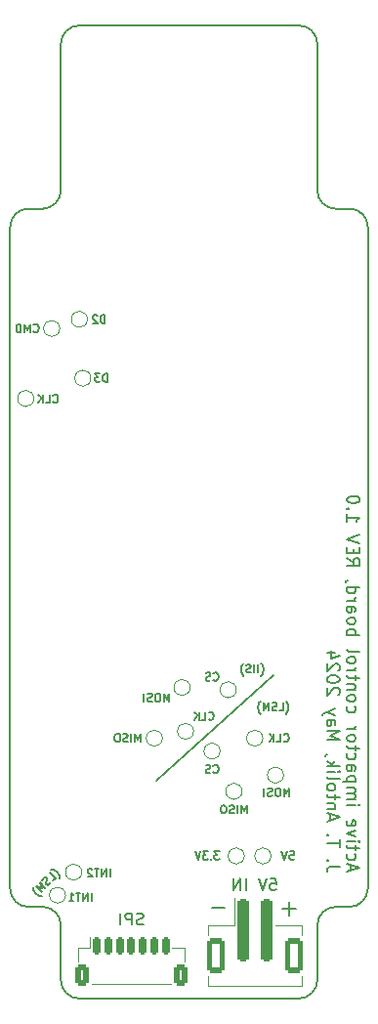
<source format=gbr>
%TF.GenerationSoftware,KiCad,Pcbnew,7.0.6*%
%TF.CreationDate,2024-05-23T09:50:57-04:00*%
%TF.ProjectId,ActiveImpactor_Control,41637469-7665-4496-9d70-6163746f725f,rev?*%
%TF.SameCoordinates,Original*%
%TF.FileFunction,Legend,Bot*%
%TF.FilePolarity,Positive*%
%FSLAX46Y46*%
G04 Gerber Fmt 4.6, Leading zero omitted, Abs format (unit mm)*
G04 Created by KiCad (PCBNEW 7.0.6) date 2024-05-23 09:50:57*
%MOMM*%
%LPD*%
G01*
G04 APERTURE LIST*
G04 Aperture macros list*
%AMRoundRect*
0 Rectangle with rounded corners*
0 $1 Rounding radius*
0 $2 $3 $4 $5 $6 $7 $8 $9 X,Y pos of 4 corners*
0 Add a 4 corners polygon primitive as box body*
4,1,4,$2,$3,$4,$5,$6,$7,$8,$9,$2,$3,0*
0 Add four circle primitives for the rounded corners*
1,1,$1+$1,$2,$3*
1,1,$1+$1,$4,$5*
1,1,$1+$1,$6,$7*
1,1,$1+$1,$8,$9*
0 Add four rect primitives between the rounded corners*
20,1,$1+$1,$2,$3,$4,$5,0*
20,1,$1+$1,$4,$5,$6,$7,0*
20,1,$1+$1,$6,$7,$8,$9,0*
20,1,$1+$1,$8,$9,$2,$3,0*%
G04 Aperture macros list end*
%ADD10C,0.200000*%
%ADD11C,0.150000*%
%ADD12C,0.120000*%
%ADD13C,4.750000*%
%ADD14C,0.990600*%
%ADD15O,1.070000X1.900000*%
%ADD16C,1.300000*%
%ADD17C,1.000000*%
%ADD18RoundRect,0.250000X-0.250000X-2.500000X0.250000X-2.500000X0.250000X2.500000X-0.250000X2.500000X0*%
%ADD19RoundRect,0.250000X-0.550000X-1.250000X0.550000X-1.250000X0.550000X1.250000X-0.550000X1.250000X0*%
%ADD20RoundRect,0.150000X-0.150000X-0.625000X0.150000X-0.625000X0.150000X0.625000X-0.150000X0.625000X0*%
%ADD21RoundRect,0.250000X-0.350000X-0.650000X0.350000X-0.650000X0.350000X0.650000X-0.350000X0.650000X0*%
G04 APERTURE END LIST*
D10*
X11121925Y27875625D02*
G75*
G03*
X12709375Y26288125I1587475J-25D01*
G01*
X12709375Y-34211875D02*
G75*
G03*
X11121875Y-35799375I5J-1587505D01*
G01*
X11121875Y40575625D02*
G75*
G03*
X9534375Y42163125I-1587505J-5D01*
G01*
X-11103125Y-35799375D02*
G75*
G03*
X-12690625Y-34211875I-1587500J0D01*
G01*
X-9515625Y42163125D02*
X9534375Y42163125D01*
X13912500Y-34211875D02*
X12709375Y-34211875D01*
X-15500000Y-32624375D02*
G75*
G03*
X-13912500Y-34211875I1587500J0D01*
G01*
X12709375Y26288125D02*
X13912500Y26288125D01*
X9534375Y-42149375D02*
X-9515625Y-42149375D01*
X-9515625Y42163125D02*
G75*
G03*
X-11103125Y40575625I0J-1587500D01*
G01*
X-15500000Y-32624375D02*
X-15500000Y24700625D01*
X-11103125Y27875625D02*
X-11103125Y40575625D01*
X-11103125Y-40561875D02*
G75*
G03*
X-9515625Y-42149375I1587500J0D01*
G01*
X-13912500Y26288125D02*
G75*
G03*
X-15500000Y24700625I0J-1587500D01*
G01*
X15500000Y24700625D02*
X15500000Y-32624375D01*
X11121875Y40575625D02*
X11121875Y27875625D01*
X13912500Y-34211870D02*
G75*
G03*
X15500000Y-32624375I0J1587500D01*
G01*
X-13912500Y26288125D02*
X-12690625Y26288125D01*
X9534375Y-42149375D02*
G75*
G03*
X11121875Y-40561875I-5J1587505D01*
G01*
X-12690625Y-34211875D02*
X-13912500Y-34211875D01*
X15500005Y24700625D02*
G75*
G03*
X13912500Y26288125I-1587445J55D01*
G01*
X-11103125Y-40561875D02*
X-11103125Y-35799375D01*
X-12690625Y26288125D02*
G75*
G03*
X-11103125Y27875625I0J1587500D01*
G01*
X11121875Y-35799375D02*
X11121875Y-40561875D01*
D11*
X7300000Y-14100000D02*
X-2800000Y-23300000D01*
X2116666Y-22549366D02*
X2149999Y-22582700D01*
X2149999Y-22582700D02*
X2249999Y-22616033D01*
X2249999Y-22616033D02*
X2316666Y-22616033D01*
X2316666Y-22616033D02*
X2416666Y-22582700D01*
X2416666Y-22582700D02*
X2483333Y-22516033D01*
X2483333Y-22516033D02*
X2516666Y-22449366D01*
X2516666Y-22449366D02*
X2549999Y-22316033D01*
X2549999Y-22316033D02*
X2549999Y-22216033D01*
X2549999Y-22216033D02*
X2516666Y-22082700D01*
X2516666Y-22082700D02*
X2483333Y-22016033D01*
X2483333Y-22016033D02*
X2416666Y-21949366D01*
X2416666Y-21949366D02*
X2316666Y-21916033D01*
X2316666Y-21916033D02*
X2249999Y-21916033D01*
X2249999Y-21916033D02*
X2149999Y-21949366D01*
X2149999Y-21949366D02*
X2116666Y-21982700D01*
X1849999Y-22582700D02*
X1749999Y-22616033D01*
X1749999Y-22616033D02*
X1583333Y-22616033D01*
X1583333Y-22616033D02*
X1516666Y-22582700D01*
X1516666Y-22582700D02*
X1483333Y-22549366D01*
X1483333Y-22549366D02*
X1449999Y-22482700D01*
X1449999Y-22482700D02*
X1449999Y-22416033D01*
X1449999Y-22416033D02*
X1483333Y-22349366D01*
X1483333Y-22349366D02*
X1516666Y-22316033D01*
X1516666Y-22316033D02*
X1583333Y-22282700D01*
X1583333Y-22282700D02*
X1716666Y-22249366D01*
X1716666Y-22249366D02*
X1783333Y-22216033D01*
X1783333Y-22216033D02*
X1816666Y-22182700D01*
X1816666Y-22182700D02*
X1849999Y-22116033D01*
X1849999Y-22116033D02*
X1849999Y-22049366D01*
X1849999Y-22049366D02*
X1816666Y-21982700D01*
X1816666Y-21982700D02*
X1783333Y-21949366D01*
X1783333Y-21949366D02*
X1716666Y-21916033D01*
X1716666Y-21916033D02*
X1549999Y-21916033D01*
X1549999Y-21916033D02*
X1449999Y-21949366D01*
X4999999Y-26116033D02*
X4999999Y-25416033D01*
X4999999Y-25416033D02*
X4766666Y-25916033D01*
X4766666Y-25916033D02*
X4533332Y-25416033D01*
X4533332Y-25416033D02*
X4533332Y-26116033D01*
X4199999Y-26116033D02*
X4199999Y-25416033D01*
X3899999Y-26082700D02*
X3799999Y-26116033D01*
X3799999Y-26116033D02*
X3633333Y-26116033D01*
X3633333Y-26116033D02*
X3566666Y-26082700D01*
X3566666Y-26082700D02*
X3533333Y-26049366D01*
X3533333Y-26049366D02*
X3499999Y-25982700D01*
X3499999Y-25982700D02*
X3499999Y-25916033D01*
X3499999Y-25916033D02*
X3533333Y-25849366D01*
X3533333Y-25849366D02*
X3566666Y-25816033D01*
X3566666Y-25816033D02*
X3633333Y-25782700D01*
X3633333Y-25782700D02*
X3766666Y-25749366D01*
X3766666Y-25749366D02*
X3833333Y-25716033D01*
X3833333Y-25716033D02*
X3866666Y-25682700D01*
X3866666Y-25682700D02*
X3899999Y-25616033D01*
X3899999Y-25616033D02*
X3899999Y-25549366D01*
X3899999Y-25549366D02*
X3866666Y-25482700D01*
X3866666Y-25482700D02*
X3833333Y-25449366D01*
X3833333Y-25449366D02*
X3766666Y-25416033D01*
X3766666Y-25416033D02*
X3599999Y-25416033D01*
X3599999Y-25416033D02*
X3499999Y-25449366D01*
X3066666Y-25416033D02*
X2933332Y-25416033D01*
X2933332Y-25416033D02*
X2866666Y-25449366D01*
X2866666Y-25449366D02*
X2799999Y-25516033D01*
X2799999Y-25516033D02*
X2766666Y-25649366D01*
X2766666Y-25649366D02*
X2766666Y-25882700D01*
X2766666Y-25882700D02*
X2799999Y-26016033D01*
X2799999Y-26016033D02*
X2866666Y-26082700D01*
X2866666Y-26082700D02*
X2933332Y-26116033D01*
X2933332Y-26116033D02*
X3066666Y-26116033D01*
X3066666Y-26116033D02*
X3133332Y-26082700D01*
X3133332Y-26082700D02*
X3199999Y-26016033D01*
X3199999Y-26016033D02*
X3233332Y-25882700D01*
X3233332Y-25882700D02*
X3233332Y-25649366D01*
X3233332Y-25649366D02*
X3199999Y-25516033D01*
X3199999Y-25516033D02*
X3133332Y-25449366D01*
X3133332Y-25449366D02*
X3066666Y-25416033D01*
X-1700000Y-16416033D02*
X-1700000Y-15716033D01*
X-1700000Y-15716033D02*
X-1933334Y-16216033D01*
X-1933334Y-16216033D02*
X-2166667Y-15716033D01*
X-2166667Y-15716033D02*
X-2166667Y-16416033D01*
X-2633334Y-15716033D02*
X-2766667Y-15716033D01*
X-2766667Y-15716033D02*
X-2833334Y-15749366D01*
X-2833334Y-15749366D02*
X-2900000Y-15816033D01*
X-2900000Y-15816033D02*
X-2933334Y-15949366D01*
X-2933334Y-15949366D02*
X-2933334Y-16182700D01*
X-2933334Y-16182700D02*
X-2900000Y-16316033D01*
X-2900000Y-16316033D02*
X-2833334Y-16382700D01*
X-2833334Y-16382700D02*
X-2766667Y-16416033D01*
X-2766667Y-16416033D02*
X-2633334Y-16416033D01*
X-2633334Y-16416033D02*
X-2566667Y-16382700D01*
X-2566667Y-16382700D02*
X-2500000Y-16316033D01*
X-2500000Y-16316033D02*
X-2466667Y-16182700D01*
X-2466667Y-16182700D02*
X-2466667Y-15949366D01*
X-2466667Y-15949366D02*
X-2500000Y-15816033D01*
X-2500000Y-15816033D02*
X-2566667Y-15749366D01*
X-2566667Y-15749366D02*
X-2633334Y-15716033D01*
X-3200000Y-16382700D02*
X-3300000Y-16416033D01*
X-3300000Y-16416033D02*
X-3466667Y-16416033D01*
X-3466667Y-16416033D02*
X-3533333Y-16382700D01*
X-3533333Y-16382700D02*
X-3566667Y-16349366D01*
X-3566667Y-16349366D02*
X-3600000Y-16282700D01*
X-3600000Y-16282700D02*
X-3600000Y-16216033D01*
X-3600000Y-16216033D02*
X-3566667Y-16149366D01*
X-3566667Y-16149366D02*
X-3533333Y-16116033D01*
X-3533333Y-16116033D02*
X-3466667Y-16082700D01*
X-3466667Y-16082700D02*
X-3333333Y-16049366D01*
X-3333333Y-16049366D02*
X-3266667Y-16016033D01*
X-3266667Y-16016033D02*
X-3233333Y-15982700D01*
X-3233333Y-15982700D02*
X-3200000Y-15916033D01*
X-3200000Y-15916033D02*
X-3200000Y-15849366D01*
X-3200000Y-15849366D02*
X-3233333Y-15782700D01*
X-3233333Y-15782700D02*
X-3266667Y-15749366D01*
X-3266667Y-15749366D02*
X-3333333Y-15716033D01*
X-3333333Y-15716033D02*
X-3500000Y-15716033D01*
X-3500000Y-15716033D02*
X-3600000Y-15749366D01*
X-3900000Y-16416033D02*
X-3900000Y-15716033D01*
X1978571Y-34285300D02*
X3121429Y-34285300D01*
X-8433333Y-33716033D02*
X-8433333Y-33016033D01*
X-8766666Y-33716033D02*
X-8766666Y-33016033D01*
X-8766666Y-33016033D02*
X-9166666Y-33716033D01*
X-9166666Y-33716033D02*
X-9166666Y-33016033D01*
X-9399999Y-33016033D02*
X-9799999Y-33016033D01*
X-9599999Y-33716033D02*
X-9599999Y-33016033D01*
X-10399999Y-33716033D02*
X-9999999Y-33716033D01*
X-10199999Y-33716033D02*
X-10199999Y-33016033D01*
X-10199999Y-33016033D02*
X-10133332Y-33116033D01*
X-10133332Y-33116033D02*
X-10066666Y-33182700D01*
X-10066666Y-33182700D02*
X-9999999Y-33216033D01*
X14027704Y-31091792D02*
X14027704Y-30567982D01*
X13713419Y-31196554D02*
X14813419Y-30829887D01*
X14813419Y-30829887D02*
X13713419Y-30463220D01*
X13765800Y-29625125D02*
X13713419Y-29729887D01*
X13713419Y-29729887D02*
X13713419Y-29939411D01*
X13713419Y-29939411D02*
X13765800Y-30044173D01*
X13765800Y-30044173D02*
X13818180Y-30096554D01*
X13818180Y-30096554D02*
X13922942Y-30148935D01*
X13922942Y-30148935D02*
X14237228Y-30148935D01*
X14237228Y-30148935D02*
X14341990Y-30096554D01*
X14341990Y-30096554D02*
X14394371Y-30044173D01*
X14394371Y-30044173D02*
X14446752Y-29939411D01*
X14446752Y-29939411D02*
X14446752Y-29729887D01*
X14446752Y-29729887D02*
X14394371Y-29625125D01*
X14446752Y-29310840D02*
X14446752Y-28891792D01*
X14813419Y-29153697D02*
X13870561Y-29153697D01*
X13870561Y-29153697D02*
X13765800Y-29101316D01*
X13765800Y-29101316D02*
X13713419Y-28996554D01*
X13713419Y-28996554D02*
X13713419Y-28891792D01*
X13713419Y-28525126D02*
X14446752Y-28525126D01*
X14813419Y-28525126D02*
X14761038Y-28577507D01*
X14761038Y-28577507D02*
X14708657Y-28525126D01*
X14708657Y-28525126D02*
X14761038Y-28472745D01*
X14761038Y-28472745D02*
X14813419Y-28525126D01*
X14813419Y-28525126D02*
X14708657Y-28525126D01*
X14446752Y-28106078D02*
X13713419Y-27844173D01*
X13713419Y-27844173D02*
X14446752Y-27582268D01*
X13765800Y-26744173D02*
X13713419Y-26848935D01*
X13713419Y-26848935D02*
X13713419Y-27058459D01*
X13713419Y-27058459D02*
X13765800Y-27163221D01*
X13765800Y-27163221D02*
X13870561Y-27215602D01*
X13870561Y-27215602D02*
X14289609Y-27215602D01*
X14289609Y-27215602D02*
X14394371Y-27163221D01*
X14394371Y-27163221D02*
X14446752Y-27058459D01*
X14446752Y-27058459D02*
X14446752Y-26848935D01*
X14446752Y-26848935D02*
X14394371Y-26744173D01*
X14394371Y-26744173D02*
X14289609Y-26691792D01*
X14289609Y-26691792D02*
X14184847Y-26691792D01*
X14184847Y-26691792D02*
X14080085Y-27215602D01*
X13713419Y-25382269D02*
X14446752Y-25382269D01*
X14813419Y-25382269D02*
X14761038Y-25434650D01*
X14761038Y-25434650D02*
X14708657Y-25382269D01*
X14708657Y-25382269D02*
X14761038Y-25329888D01*
X14761038Y-25329888D02*
X14813419Y-25382269D01*
X14813419Y-25382269D02*
X14708657Y-25382269D01*
X13713419Y-24858459D02*
X14446752Y-24858459D01*
X14341990Y-24858459D02*
X14394371Y-24806078D01*
X14394371Y-24806078D02*
X14446752Y-24701316D01*
X14446752Y-24701316D02*
X14446752Y-24544173D01*
X14446752Y-24544173D02*
X14394371Y-24439411D01*
X14394371Y-24439411D02*
X14289609Y-24387030D01*
X14289609Y-24387030D02*
X13713419Y-24387030D01*
X14289609Y-24387030D02*
X14394371Y-24334649D01*
X14394371Y-24334649D02*
X14446752Y-24229887D01*
X14446752Y-24229887D02*
X14446752Y-24072744D01*
X14446752Y-24072744D02*
X14394371Y-23967983D01*
X14394371Y-23967983D02*
X14289609Y-23915602D01*
X14289609Y-23915602D02*
X13713419Y-23915602D01*
X14446752Y-23391792D02*
X13346752Y-23391792D01*
X14394371Y-23391792D02*
X14446752Y-23287030D01*
X14446752Y-23287030D02*
X14446752Y-23077506D01*
X14446752Y-23077506D02*
X14394371Y-22972744D01*
X14394371Y-22972744D02*
X14341990Y-22920363D01*
X14341990Y-22920363D02*
X14237228Y-22867982D01*
X14237228Y-22867982D02*
X13922942Y-22867982D01*
X13922942Y-22867982D02*
X13818180Y-22920363D01*
X13818180Y-22920363D02*
X13765800Y-22972744D01*
X13765800Y-22972744D02*
X13713419Y-23077506D01*
X13713419Y-23077506D02*
X13713419Y-23287030D01*
X13713419Y-23287030D02*
X13765800Y-23391792D01*
X13713419Y-21925125D02*
X14289609Y-21925125D01*
X14289609Y-21925125D02*
X14394371Y-21977506D01*
X14394371Y-21977506D02*
X14446752Y-22082268D01*
X14446752Y-22082268D02*
X14446752Y-22291792D01*
X14446752Y-22291792D02*
X14394371Y-22396554D01*
X13765800Y-21925125D02*
X13713419Y-22029887D01*
X13713419Y-22029887D02*
X13713419Y-22291792D01*
X13713419Y-22291792D02*
X13765800Y-22396554D01*
X13765800Y-22396554D02*
X13870561Y-22448935D01*
X13870561Y-22448935D02*
X13975323Y-22448935D01*
X13975323Y-22448935D02*
X14080085Y-22396554D01*
X14080085Y-22396554D02*
X14132466Y-22291792D01*
X14132466Y-22291792D02*
X14132466Y-22029887D01*
X14132466Y-22029887D02*
X14184847Y-21925125D01*
X13765800Y-20929887D02*
X13713419Y-21034649D01*
X13713419Y-21034649D02*
X13713419Y-21244173D01*
X13713419Y-21244173D02*
X13765800Y-21348935D01*
X13765800Y-21348935D02*
X13818180Y-21401316D01*
X13818180Y-21401316D02*
X13922942Y-21453697D01*
X13922942Y-21453697D02*
X14237228Y-21453697D01*
X14237228Y-21453697D02*
X14341990Y-21401316D01*
X14341990Y-21401316D02*
X14394371Y-21348935D01*
X14394371Y-21348935D02*
X14446752Y-21244173D01*
X14446752Y-21244173D02*
X14446752Y-21034649D01*
X14446752Y-21034649D02*
X14394371Y-20929887D01*
X14446752Y-20615602D02*
X14446752Y-20196554D01*
X14813419Y-20458459D02*
X13870561Y-20458459D01*
X13870561Y-20458459D02*
X13765800Y-20406078D01*
X13765800Y-20406078D02*
X13713419Y-20301316D01*
X13713419Y-20301316D02*
X13713419Y-20196554D01*
X13713419Y-19672745D02*
X13765800Y-19777507D01*
X13765800Y-19777507D02*
X13818180Y-19829888D01*
X13818180Y-19829888D02*
X13922942Y-19882269D01*
X13922942Y-19882269D02*
X14237228Y-19882269D01*
X14237228Y-19882269D02*
X14341990Y-19829888D01*
X14341990Y-19829888D02*
X14394371Y-19777507D01*
X14394371Y-19777507D02*
X14446752Y-19672745D01*
X14446752Y-19672745D02*
X14446752Y-19515602D01*
X14446752Y-19515602D02*
X14394371Y-19410840D01*
X14394371Y-19410840D02*
X14341990Y-19358459D01*
X14341990Y-19358459D02*
X14237228Y-19306078D01*
X14237228Y-19306078D02*
X13922942Y-19306078D01*
X13922942Y-19306078D02*
X13818180Y-19358459D01*
X13818180Y-19358459D02*
X13765800Y-19410840D01*
X13765800Y-19410840D02*
X13713419Y-19515602D01*
X13713419Y-19515602D02*
X13713419Y-19672745D01*
X13713419Y-18834650D02*
X14446752Y-18834650D01*
X14237228Y-18834650D02*
X14341990Y-18782269D01*
X14341990Y-18782269D02*
X14394371Y-18729888D01*
X14394371Y-18729888D02*
X14446752Y-18625126D01*
X14446752Y-18625126D02*
X14446752Y-18520364D01*
X13765800Y-16844174D02*
X13713419Y-16948936D01*
X13713419Y-16948936D02*
X13713419Y-17158460D01*
X13713419Y-17158460D02*
X13765800Y-17263222D01*
X13765800Y-17263222D02*
X13818180Y-17315603D01*
X13818180Y-17315603D02*
X13922942Y-17367984D01*
X13922942Y-17367984D02*
X14237228Y-17367984D01*
X14237228Y-17367984D02*
X14341990Y-17315603D01*
X14341990Y-17315603D02*
X14394371Y-17263222D01*
X14394371Y-17263222D02*
X14446752Y-17158460D01*
X14446752Y-17158460D02*
X14446752Y-16948936D01*
X14446752Y-16948936D02*
X14394371Y-16844174D01*
X13713419Y-16215603D02*
X13765800Y-16320365D01*
X13765800Y-16320365D02*
X13818180Y-16372746D01*
X13818180Y-16372746D02*
X13922942Y-16425127D01*
X13922942Y-16425127D02*
X14237228Y-16425127D01*
X14237228Y-16425127D02*
X14341990Y-16372746D01*
X14341990Y-16372746D02*
X14394371Y-16320365D01*
X14394371Y-16320365D02*
X14446752Y-16215603D01*
X14446752Y-16215603D02*
X14446752Y-16058460D01*
X14446752Y-16058460D02*
X14394371Y-15953698D01*
X14394371Y-15953698D02*
X14341990Y-15901317D01*
X14341990Y-15901317D02*
X14237228Y-15848936D01*
X14237228Y-15848936D02*
X13922942Y-15848936D01*
X13922942Y-15848936D02*
X13818180Y-15901317D01*
X13818180Y-15901317D02*
X13765800Y-15953698D01*
X13765800Y-15953698D02*
X13713419Y-16058460D01*
X13713419Y-16058460D02*
X13713419Y-16215603D01*
X14446752Y-15377508D02*
X13713419Y-15377508D01*
X14341990Y-15377508D02*
X14394371Y-15325127D01*
X14394371Y-15325127D02*
X14446752Y-15220365D01*
X14446752Y-15220365D02*
X14446752Y-15063222D01*
X14446752Y-15063222D02*
X14394371Y-14958460D01*
X14394371Y-14958460D02*
X14289609Y-14906079D01*
X14289609Y-14906079D02*
X13713419Y-14906079D01*
X14446752Y-14539413D02*
X14446752Y-14120365D01*
X14813419Y-14382270D02*
X13870561Y-14382270D01*
X13870561Y-14382270D02*
X13765800Y-14329889D01*
X13765800Y-14329889D02*
X13713419Y-14225127D01*
X13713419Y-14225127D02*
X13713419Y-14120365D01*
X13713419Y-13753699D02*
X14446752Y-13753699D01*
X14237228Y-13753699D02*
X14341990Y-13701318D01*
X14341990Y-13701318D02*
X14394371Y-13648937D01*
X14394371Y-13648937D02*
X14446752Y-13544175D01*
X14446752Y-13544175D02*
X14446752Y-13439413D01*
X13713419Y-12915604D02*
X13765800Y-13020366D01*
X13765800Y-13020366D02*
X13818180Y-13072747D01*
X13818180Y-13072747D02*
X13922942Y-13125128D01*
X13922942Y-13125128D02*
X14237228Y-13125128D01*
X14237228Y-13125128D02*
X14341990Y-13072747D01*
X14341990Y-13072747D02*
X14394371Y-13020366D01*
X14394371Y-13020366D02*
X14446752Y-12915604D01*
X14446752Y-12915604D02*
X14446752Y-12758461D01*
X14446752Y-12758461D02*
X14394371Y-12653699D01*
X14394371Y-12653699D02*
X14341990Y-12601318D01*
X14341990Y-12601318D02*
X14237228Y-12548937D01*
X14237228Y-12548937D02*
X13922942Y-12548937D01*
X13922942Y-12548937D02*
X13818180Y-12601318D01*
X13818180Y-12601318D02*
X13765800Y-12653699D01*
X13765800Y-12653699D02*
X13713419Y-12758461D01*
X13713419Y-12758461D02*
X13713419Y-12915604D01*
X13713419Y-11920366D02*
X13765800Y-12025128D01*
X13765800Y-12025128D02*
X13870561Y-12077509D01*
X13870561Y-12077509D02*
X14813419Y-12077509D01*
X13713419Y-10663224D02*
X14813419Y-10663224D01*
X14394371Y-10663224D02*
X14446752Y-10558462D01*
X14446752Y-10558462D02*
X14446752Y-10348938D01*
X14446752Y-10348938D02*
X14394371Y-10244176D01*
X14394371Y-10244176D02*
X14341990Y-10191795D01*
X14341990Y-10191795D02*
X14237228Y-10139414D01*
X14237228Y-10139414D02*
X13922942Y-10139414D01*
X13922942Y-10139414D02*
X13818180Y-10191795D01*
X13818180Y-10191795D02*
X13765800Y-10244176D01*
X13765800Y-10244176D02*
X13713419Y-10348938D01*
X13713419Y-10348938D02*
X13713419Y-10558462D01*
X13713419Y-10558462D02*
X13765800Y-10663224D01*
X13713419Y-9510843D02*
X13765800Y-9615605D01*
X13765800Y-9615605D02*
X13818180Y-9667986D01*
X13818180Y-9667986D02*
X13922942Y-9720367D01*
X13922942Y-9720367D02*
X14237228Y-9720367D01*
X14237228Y-9720367D02*
X14341990Y-9667986D01*
X14341990Y-9667986D02*
X14394371Y-9615605D01*
X14394371Y-9615605D02*
X14446752Y-9510843D01*
X14446752Y-9510843D02*
X14446752Y-9353700D01*
X14446752Y-9353700D02*
X14394371Y-9248938D01*
X14394371Y-9248938D02*
X14341990Y-9196557D01*
X14341990Y-9196557D02*
X14237228Y-9144176D01*
X14237228Y-9144176D02*
X13922942Y-9144176D01*
X13922942Y-9144176D02*
X13818180Y-9196557D01*
X13818180Y-9196557D02*
X13765800Y-9248938D01*
X13765800Y-9248938D02*
X13713419Y-9353700D01*
X13713419Y-9353700D02*
X13713419Y-9510843D01*
X13713419Y-8201319D02*
X14289609Y-8201319D01*
X14289609Y-8201319D02*
X14394371Y-8253700D01*
X14394371Y-8253700D02*
X14446752Y-8358462D01*
X14446752Y-8358462D02*
X14446752Y-8567986D01*
X14446752Y-8567986D02*
X14394371Y-8672748D01*
X13765800Y-8201319D02*
X13713419Y-8306081D01*
X13713419Y-8306081D02*
X13713419Y-8567986D01*
X13713419Y-8567986D02*
X13765800Y-8672748D01*
X13765800Y-8672748D02*
X13870561Y-8725129D01*
X13870561Y-8725129D02*
X13975323Y-8725129D01*
X13975323Y-8725129D02*
X14080085Y-8672748D01*
X14080085Y-8672748D02*
X14132466Y-8567986D01*
X14132466Y-8567986D02*
X14132466Y-8306081D01*
X14132466Y-8306081D02*
X14184847Y-8201319D01*
X13713419Y-7677510D02*
X14446752Y-7677510D01*
X14237228Y-7677510D02*
X14341990Y-7625129D01*
X14341990Y-7625129D02*
X14394371Y-7572748D01*
X14394371Y-7572748D02*
X14446752Y-7467986D01*
X14446752Y-7467986D02*
X14446752Y-7363224D01*
X13713419Y-6525129D02*
X14813419Y-6525129D01*
X13765800Y-6525129D02*
X13713419Y-6629891D01*
X13713419Y-6629891D02*
X13713419Y-6839415D01*
X13713419Y-6839415D02*
X13765800Y-6944177D01*
X13765800Y-6944177D02*
X13818180Y-6996558D01*
X13818180Y-6996558D02*
X13922942Y-7048939D01*
X13922942Y-7048939D02*
X14237228Y-7048939D01*
X14237228Y-7048939D02*
X14341990Y-6996558D01*
X14341990Y-6996558D02*
X14394371Y-6944177D01*
X14394371Y-6944177D02*
X14446752Y-6839415D01*
X14446752Y-6839415D02*
X14446752Y-6629891D01*
X14446752Y-6629891D02*
X14394371Y-6525129D01*
X13765800Y-5948939D02*
X13713419Y-5948939D01*
X13713419Y-5948939D02*
X13608657Y-6001320D01*
X13608657Y-6001320D02*
X13556276Y-6053701D01*
X13713419Y-4010843D02*
X14237228Y-4377510D01*
X13713419Y-4639415D02*
X14813419Y-4639415D01*
X14813419Y-4639415D02*
X14813419Y-4220367D01*
X14813419Y-4220367D02*
X14761038Y-4115605D01*
X14761038Y-4115605D02*
X14708657Y-4063224D01*
X14708657Y-4063224D02*
X14603895Y-4010843D01*
X14603895Y-4010843D02*
X14446752Y-4010843D01*
X14446752Y-4010843D02*
X14341990Y-4063224D01*
X14341990Y-4063224D02*
X14289609Y-4115605D01*
X14289609Y-4115605D02*
X14237228Y-4220367D01*
X14237228Y-4220367D02*
X14237228Y-4639415D01*
X14289609Y-3539415D02*
X14289609Y-3172748D01*
X13713419Y-3015605D02*
X13713419Y-3539415D01*
X13713419Y-3539415D02*
X14813419Y-3539415D01*
X14813419Y-3539415D02*
X14813419Y-3015605D01*
X14813419Y-2701320D02*
X13713419Y-2334653D01*
X13713419Y-2334653D02*
X14813419Y-1967986D01*
X13713419Y-187034D02*
X13713419Y-815606D01*
X13713419Y-501320D02*
X14813419Y-501320D01*
X14813419Y-501320D02*
X14656276Y-606082D01*
X14656276Y-606082D02*
X14551514Y-710844D01*
X14551514Y-710844D02*
X14499133Y-815606D01*
X13818180Y284393D02*
X13765800Y336774D01*
X13765800Y336774D02*
X13713419Y284393D01*
X13713419Y284393D02*
X13765800Y232012D01*
X13765800Y232012D02*
X13818180Y284393D01*
X13818180Y284393D02*
X13713419Y284393D01*
X14813419Y1017727D02*
X14813419Y1122489D01*
X14813419Y1122489D02*
X14761038Y1227251D01*
X14761038Y1227251D02*
X14708657Y1279632D01*
X14708657Y1279632D02*
X14603895Y1332013D01*
X14603895Y1332013D02*
X14394371Y1384394D01*
X14394371Y1384394D02*
X14132466Y1384394D01*
X14132466Y1384394D02*
X13922942Y1332013D01*
X13922942Y1332013D02*
X13818180Y1279632D01*
X13818180Y1279632D02*
X13765800Y1227251D01*
X13765800Y1227251D02*
X13713419Y1122489D01*
X13713419Y1122489D02*
X13713419Y1017727D01*
X13713419Y1017727D02*
X13765800Y912965D01*
X13765800Y912965D02*
X13818180Y860584D01*
X13818180Y860584D02*
X13922942Y808203D01*
X13922942Y808203D02*
X14132466Y755822D01*
X14132466Y755822D02*
X14394371Y755822D01*
X14394371Y755822D02*
X14603895Y808203D01*
X14603895Y808203D02*
X14708657Y860584D01*
X14708657Y860584D02*
X14761038Y912965D01*
X14761038Y912965D02*
X14813419Y1017727D01*
X13042419Y-30725125D02*
X12256704Y-30725125D01*
X12256704Y-30725125D02*
X12099561Y-30777506D01*
X12099561Y-30777506D02*
X11994800Y-30882268D01*
X11994800Y-30882268D02*
X11942419Y-31039411D01*
X11942419Y-31039411D02*
X11942419Y-31144173D01*
X12047180Y-30201316D02*
X11994800Y-30148935D01*
X11994800Y-30148935D02*
X11942419Y-30201316D01*
X11942419Y-30201316D02*
X11994800Y-30253697D01*
X11994800Y-30253697D02*
X12047180Y-30201316D01*
X12047180Y-30201316D02*
X11942419Y-30201316D01*
X13042419Y-28996554D02*
X13042419Y-28367982D01*
X11942419Y-28682268D02*
X13042419Y-28682268D01*
X12047180Y-28001316D02*
X11994800Y-27948935D01*
X11994800Y-27948935D02*
X11942419Y-28001316D01*
X11942419Y-28001316D02*
X11994800Y-28053697D01*
X11994800Y-28053697D02*
X12047180Y-28001316D01*
X12047180Y-28001316D02*
X11942419Y-28001316D01*
X12256704Y-26691792D02*
X12256704Y-26167982D01*
X11942419Y-26796554D02*
X13042419Y-26429887D01*
X13042419Y-26429887D02*
X11942419Y-26063220D01*
X12675752Y-25696554D02*
X11942419Y-25696554D01*
X12570990Y-25696554D02*
X12623371Y-25644173D01*
X12623371Y-25644173D02*
X12675752Y-25539411D01*
X12675752Y-25539411D02*
X12675752Y-25382268D01*
X12675752Y-25382268D02*
X12623371Y-25277506D01*
X12623371Y-25277506D02*
X12518609Y-25225125D01*
X12518609Y-25225125D02*
X11942419Y-25225125D01*
X12675752Y-24858459D02*
X12675752Y-24439411D01*
X13042419Y-24701316D02*
X12099561Y-24701316D01*
X12099561Y-24701316D02*
X11994800Y-24648935D01*
X11994800Y-24648935D02*
X11942419Y-24544173D01*
X11942419Y-24544173D02*
X11942419Y-24439411D01*
X11942419Y-23915602D02*
X11994800Y-24020364D01*
X11994800Y-24020364D02*
X12047180Y-24072745D01*
X12047180Y-24072745D02*
X12151942Y-24125126D01*
X12151942Y-24125126D02*
X12466228Y-24125126D01*
X12466228Y-24125126D02*
X12570990Y-24072745D01*
X12570990Y-24072745D02*
X12623371Y-24020364D01*
X12623371Y-24020364D02*
X12675752Y-23915602D01*
X12675752Y-23915602D02*
X12675752Y-23758459D01*
X12675752Y-23758459D02*
X12623371Y-23653697D01*
X12623371Y-23653697D02*
X12570990Y-23601316D01*
X12570990Y-23601316D02*
X12466228Y-23548935D01*
X12466228Y-23548935D02*
X12151942Y-23548935D01*
X12151942Y-23548935D02*
X12047180Y-23601316D01*
X12047180Y-23601316D02*
X11994800Y-23653697D01*
X11994800Y-23653697D02*
X11942419Y-23758459D01*
X11942419Y-23758459D02*
X11942419Y-23915602D01*
X11942419Y-22920364D02*
X11994800Y-23025126D01*
X11994800Y-23025126D02*
X12099561Y-23077507D01*
X12099561Y-23077507D02*
X13042419Y-23077507D01*
X11942419Y-22501317D02*
X12675752Y-22501317D01*
X13042419Y-22501317D02*
X12990038Y-22553698D01*
X12990038Y-22553698D02*
X12937657Y-22501317D01*
X12937657Y-22501317D02*
X12990038Y-22448936D01*
X12990038Y-22448936D02*
X13042419Y-22501317D01*
X13042419Y-22501317D02*
X12937657Y-22501317D01*
X11942419Y-21977507D02*
X13042419Y-21977507D01*
X12361466Y-21872745D02*
X11942419Y-21558459D01*
X12675752Y-21558459D02*
X12256704Y-21977507D01*
X11994800Y-21034650D02*
X11942419Y-21034650D01*
X11942419Y-21034650D02*
X11837657Y-21087031D01*
X11837657Y-21087031D02*
X11785276Y-21139412D01*
X11942419Y-19725126D02*
X13042419Y-19725126D01*
X13042419Y-19725126D02*
X12256704Y-19358459D01*
X12256704Y-19358459D02*
X13042419Y-18991792D01*
X13042419Y-18991792D02*
X11942419Y-18991792D01*
X11942419Y-17996554D02*
X12518609Y-17996554D01*
X12518609Y-17996554D02*
X12623371Y-18048935D01*
X12623371Y-18048935D02*
X12675752Y-18153697D01*
X12675752Y-18153697D02*
X12675752Y-18363221D01*
X12675752Y-18363221D02*
X12623371Y-18467983D01*
X11994800Y-17996554D02*
X11942419Y-18101316D01*
X11942419Y-18101316D02*
X11942419Y-18363221D01*
X11942419Y-18363221D02*
X11994800Y-18467983D01*
X11994800Y-18467983D02*
X12099561Y-18520364D01*
X12099561Y-18520364D02*
X12204323Y-18520364D01*
X12204323Y-18520364D02*
X12309085Y-18467983D01*
X12309085Y-18467983D02*
X12361466Y-18363221D01*
X12361466Y-18363221D02*
X12361466Y-18101316D01*
X12361466Y-18101316D02*
X12413847Y-17996554D01*
X12675752Y-17577507D02*
X11942419Y-17315602D01*
X12675752Y-17053697D02*
X11942419Y-17315602D01*
X11942419Y-17315602D02*
X11680514Y-17420364D01*
X11680514Y-17420364D02*
X11628133Y-17472745D01*
X11628133Y-17472745D02*
X11575752Y-17577507D01*
X12937657Y-15848936D02*
X12990038Y-15796555D01*
X12990038Y-15796555D02*
X13042419Y-15691793D01*
X13042419Y-15691793D02*
X13042419Y-15429888D01*
X13042419Y-15429888D02*
X12990038Y-15325126D01*
X12990038Y-15325126D02*
X12937657Y-15272745D01*
X12937657Y-15272745D02*
X12832895Y-15220364D01*
X12832895Y-15220364D02*
X12728133Y-15220364D01*
X12728133Y-15220364D02*
X12570990Y-15272745D01*
X12570990Y-15272745D02*
X11942419Y-15901317D01*
X11942419Y-15901317D02*
X11942419Y-15220364D01*
X13042419Y-14539412D02*
X13042419Y-14434650D01*
X13042419Y-14434650D02*
X12990038Y-14329888D01*
X12990038Y-14329888D02*
X12937657Y-14277507D01*
X12937657Y-14277507D02*
X12832895Y-14225126D01*
X12832895Y-14225126D02*
X12623371Y-14172745D01*
X12623371Y-14172745D02*
X12361466Y-14172745D01*
X12361466Y-14172745D02*
X12151942Y-14225126D01*
X12151942Y-14225126D02*
X12047180Y-14277507D01*
X12047180Y-14277507D02*
X11994800Y-14329888D01*
X11994800Y-14329888D02*
X11942419Y-14434650D01*
X11942419Y-14434650D02*
X11942419Y-14539412D01*
X11942419Y-14539412D02*
X11994800Y-14644174D01*
X11994800Y-14644174D02*
X12047180Y-14696555D01*
X12047180Y-14696555D02*
X12151942Y-14748936D01*
X12151942Y-14748936D02*
X12361466Y-14801317D01*
X12361466Y-14801317D02*
X12623371Y-14801317D01*
X12623371Y-14801317D02*
X12832895Y-14748936D01*
X12832895Y-14748936D02*
X12937657Y-14696555D01*
X12937657Y-14696555D02*
X12990038Y-14644174D01*
X12990038Y-14644174D02*
X13042419Y-14539412D01*
X12937657Y-13753698D02*
X12990038Y-13701317D01*
X12990038Y-13701317D02*
X13042419Y-13596555D01*
X13042419Y-13596555D02*
X13042419Y-13334650D01*
X13042419Y-13334650D02*
X12990038Y-13229888D01*
X12990038Y-13229888D02*
X12937657Y-13177507D01*
X12937657Y-13177507D02*
X12832895Y-13125126D01*
X12832895Y-13125126D02*
X12728133Y-13125126D01*
X12728133Y-13125126D02*
X12570990Y-13177507D01*
X12570990Y-13177507D02*
X11942419Y-13806079D01*
X11942419Y-13806079D02*
X11942419Y-13125126D01*
X12675752Y-12182269D02*
X11942419Y-12182269D01*
X13094800Y-12444174D02*
X12309085Y-12706079D01*
X12309085Y-12706079D02*
X12309085Y-12025126D01*
X8733333Y-29416033D02*
X9066666Y-29416033D01*
X9066666Y-29416033D02*
X9099999Y-29749366D01*
X9099999Y-29749366D02*
X9066666Y-29716033D01*
X9066666Y-29716033D02*
X8999999Y-29682700D01*
X8999999Y-29682700D02*
X8833333Y-29682700D01*
X8833333Y-29682700D02*
X8766666Y-29716033D01*
X8766666Y-29716033D02*
X8733333Y-29749366D01*
X8733333Y-29749366D02*
X8699999Y-29816033D01*
X8699999Y-29816033D02*
X8699999Y-29982700D01*
X8699999Y-29982700D02*
X8733333Y-30049366D01*
X8733333Y-30049366D02*
X8766666Y-30082700D01*
X8766666Y-30082700D02*
X8833333Y-30116033D01*
X8833333Y-30116033D02*
X8999999Y-30116033D01*
X8999999Y-30116033D02*
X9066666Y-30082700D01*
X9066666Y-30082700D02*
X9099999Y-30049366D01*
X8499999Y-29416033D02*
X8266666Y-30116033D01*
X8266666Y-30116033D02*
X8033332Y-29416033D01*
X7033333Y-31754819D02*
X7509523Y-31754819D01*
X7509523Y-31754819D02*
X7557142Y-32231009D01*
X7557142Y-32231009D02*
X7509523Y-32183390D01*
X7509523Y-32183390D02*
X7414285Y-32135771D01*
X7414285Y-32135771D02*
X7176190Y-32135771D01*
X7176190Y-32135771D02*
X7080952Y-32183390D01*
X7080952Y-32183390D02*
X7033333Y-32231009D01*
X7033333Y-32231009D02*
X6985714Y-32326247D01*
X6985714Y-32326247D02*
X6985714Y-32564342D01*
X6985714Y-32564342D02*
X7033333Y-32659580D01*
X7033333Y-32659580D02*
X7080952Y-32707200D01*
X7080952Y-32707200D02*
X7176190Y-32754819D01*
X7176190Y-32754819D02*
X7414285Y-32754819D01*
X7414285Y-32754819D02*
X7509523Y-32707200D01*
X7509523Y-32707200D02*
X7557142Y-32659580D01*
X6699999Y-31754819D02*
X6366666Y-32754819D01*
X6366666Y-32754819D02*
X6033333Y-31754819D01*
X4938094Y-32754819D02*
X4938094Y-31754819D01*
X4461904Y-32754819D02*
X4461904Y-31754819D01*
X4461904Y-31754819D02*
X3890476Y-32754819D01*
X3890476Y-32754819D02*
X3890476Y-31754819D01*
X8216666Y-19849366D02*
X8249999Y-19882700D01*
X8249999Y-19882700D02*
X8349999Y-19916033D01*
X8349999Y-19916033D02*
X8416666Y-19916033D01*
X8416666Y-19916033D02*
X8516666Y-19882700D01*
X8516666Y-19882700D02*
X8583333Y-19816033D01*
X8583333Y-19816033D02*
X8616666Y-19749366D01*
X8616666Y-19749366D02*
X8649999Y-19616033D01*
X8649999Y-19616033D02*
X8649999Y-19516033D01*
X8649999Y-19516033D02*
X8616666Y-19382700D01*
X8616666Y-19382700D02*
X8583333Y-19316033D01*
X8583333Y-19316033D02*
X8516666Y-19249366D01*
X8516666Y-19249366D02*
X8416666Y-19216033D01*
X8416666Y-19216033D02*
X8349999Y-19216033D01*
X8349999Y-19216033D02*
X8249999Y-19249366D01*
X8249999Y-19249366D02*
X8216666Y-19282700D01*
X7583333Y-19916033D02*
X7916666Y-19916033D01*
X7916666Y-19916033D02*
X7916666Y-19216033D01*
X7349999Y-19916033D02*
X7349999Y-19216033D01*
X6949999Y-19916033D02*
X7249999Y-19516033D01*
X6949999Y-19216033D02*
X7349999Y-19616033D01*
X6266666Y-14182700D02*
X6299999Y-14149366D01*
X6299999Y-14149366D02*
X6366666Y-14049366D01*
X6366666Y-14049366D02*
X6399999Y-13982700D01*
X6399999Y-13982700D02*
X6433333Y-13882700D01*
X6433333Y-13882700D02*
X6466666Y-13716033D01*
X6466666Y-13716033D02*
X6466666Y-13582700D01*
X6466666Y-13582700D02*
X6433333Y-13416033D01*
X6433333Y-13416033D02*
X6399999Y-13316033D01*
X6399999Y-13316033D02*
X6366666Y-13249366D01*
X6366666Y-13249366D02*
X6299999Y-13149366D01*
X6299999Y-13149366D02*
X6266666Y-13116033D01*
X5999999Y-13916033D02*
X5999999Y-13216033D01*
X5666666Y-13916033D02*
X5666666Y-13216033D01*
X5366666Y-13882700D02*
X5266666Y-13916033D01*
X5266666Y-13916033D02*
X5100000Y-13916033D01*
X5100000Y-13916033D02*
X5033333Y-13882700D01*
X5033333Y-13882700D02*
X5000000Y-13849366D01*
X5000000Y-13849366D02*
X4966666Y-13782700D01*
X4966666Y-13782700D02*
X4966666Y-13716033D01*
X4966666Y-13716033D02*
X5000000Y-13649366D01*
X5000000Y-13649366D02*
X5033333Y-13616033D01*
X5033333Y-13616033D02*
X5100000Y-13582700D01*
X5100000Y-13582700D02*
X5233333Y-13549366D01*
X5233333Y-13549366D02*
X5300000Y-13516033D01*
X5300000Y-13516033D02*
X5333333Y-13482700D01*
X5333333Y-13482700D02*
X5366666Y-13416033D01*
X5366666Y-13416033D02*
X5366666Y-13349366D01*
X5366666Y-13349366D02*
X5333333Y-13282700D01*
X5333333Y-13282700D02*
X5300000Y-13249366D01*
X5300000Y-13249366D02*
X5233333Y-13216033D01*
X5233333Y-13216033D02*
X5066666Y-13216033D01*
X5066666Y-13216033D02*
X4966666Y-13249366D01*
X4733333Y-14182700D02*
X4699999Y-14149366D01*
X4699999Y-14149366D02*
X4633333Y-14049366D01*
X4633333Y-14049366D02*
X4599999Y-13982700D01*
X4599999Y-13982700D02*
X4566666Y-13882700D01*
X4566666Y-13882700D02*
X4533333Y-13716033D01*
X4533333Y-13716033D02*
X4533333Y-13582700D01*
X4533333Y-13582700D02*
X4566666Y-13416033D01*
X4566666Y-13416033D02*
X4599999Y-13316033D01*
X4599999Y-13316033D02*
X4633333Y-13249366D01*
X4633333Y-13249366D02*
X4699999Y-13149366D01*
X4699999Y-13149366D02*
X4733333Y-13116033D01*
X-7283333Y16383966D02*
X-7283333Y17083966D01*
X-7283333Y17083966D02*
X-7450000Y17083966D01*
X-7450000Y17083966D02*
X-7550000Y17050633D01*
X-7550000Y17050633D02*
X-7616667Y16983966D01*
X-7616667Y16983966D02*
X-7650000Y16917300D01*
X-7650000Y16917300D02*
X-7683333Y16783966D01*
X-7683333Y16783966D02*
X-7683333Y16683966D01*
X-7683333Y16683966D02*
X-7650000Y16550633D01*
X-7650000Y16550633D02*
X-7616667Y16483966D01*
X-7616667Y16483966D02*
X-7550000Y16417300D01*
X-7550000Y16417300D02*
X-7450000Y16383966D01*
X-7450000Y16383966D02*
X-7283333Y16383966D01*
X-7950000Y17017300D02*
X-7983333Y17050633D01*
X-7983333Y17050633D02*
X-8050000Y17083966D01*
X-8050000Y17083966D02*
X-8216667Y17083966D01*
X-8216667Y17083966D02*
X-8283333Y17050633D01*
X-8283333Y17050633D02*
X-8316667Y17017300D01*
X-8316667Y17017300D02*
X-8350000Y16950633D01*
X-8350000Y16950633D02*
X-8350000Y16883966D01*
X-8350000Y16883966D02*
X-8316667Y16783966D01*
X-8316667Y16783966D02*
X-7916667Y16383966D01*
X-7916667Y16383966D02*
X-8350000Y16383966D01*
X-6833333Y-31616033D02*
X-6833333Y-30916033D01*
X-7166666Y-31616033D02*
X-7166666Y-30916033D01*
X-7166666Y-30916033D02*
X-7566666Y-31616033D01*
X-7566666Y-31616033D02*
X-7566666Y-30916033D01*
X-7799999Y-30916033D02*
X-8199999Y-30916033D01*
X-7999999Y-31616033D02*
X-7999999Y-30916033D01*
X-8399999Y-30982700D02*
X-8433332Y-30949366D01*
X-8433332Y-30949366D02*
X-8499999Y-30916033D01*
X-8499999Y-30916033D02*
X-8666666Y-30916033D01*
X-8666666Y-30916033D02*
X-8733332Y-30949366D01*
X-8733332Y-30949366D02*
X-8766666Y-30982700D01*
X-8766666Y-30982700D02*
X-8799999Y-31049366D01*
X-8799999Y-31049366D02*
X-8799999Y-31116033D01*
X-8799999Y-31116033D02*
X-8766666Y-31216033D01*
X-8766666Y-31216033D02*
X-8366666Y-31616033D01*
X-8366666Y-31616033D02*
X-8799999Y-31616033D01*
X1716666Y-17949366D02*
X1749999Y-17982700D01*
X1749999Y-17982700D02*
X1849999Y-18016033D01*
X1849999Y-18016033D02*
X1916666Y-18016033D01*
X1916666Y-18016033D02*
X2016666Y-17982700D01*
X2016666Y-17982700D02*
X2083333Y-17916033D01*
X2083333Y-17916033D02*
X2116666Y-17849366D01*
X2116666Y-17849366D02*
X2149999Y-17716033D01*
X2149999Y-17716033D02*
X2149999Y-17616033D01*
X2149999Y-17616033D02*
X2116666Y-17482700D01*
X2116666Y-17482700D02*
X2083333Y-17416033D01*
X2083333Y-17416033D02*
X2016666Y-17349366D01*
X2016666Y-17349366D02*
X1916666Y-17316033D01*
X1916666Y-17316033D02*
X1849999Y-17316033D01*
X1849999Y-17316033D02*
X1749999Y-17349366D01*
X1749999Y-17349366D02*
X1716666Y-17382700D01*
X1083333Y-18016033D02*
X1416666Y-18016033D01*
X1416666Y-18016033D02*
X1416666Y-17316033D01*
X849999Y-18016033D02*
X849999Y-17316033D01*
X449999Y-18016033D02*
X749999Y-17616033D01*
X449999Y-17316033D02*
X849999Y-17716033D01*
X-13466666Y15650633D02*
X-13433333Y15617300D01*
X-13433333Y15617300D02*
X-13333333Y15583966D01*
X-13333333Y15583966D02*
X-13266666Y15583966D01*
X-13266666Y15583966D02*
X-13166666Y15617300D01*
X-13166666Y15617300D02*
X-13100000Y15683966D01*
X-13100000Y15683966D02*
X-13066666Y15750633D01*
X-13066666Y15750633D02*
X-13033333Y15883966D01*
X-13033333Y15883966D02*
X-13033333Y15983966D01*
X-13033333Y15983966D02*
X-13066666Y16117300D01*
X-13066666Y16117300D02*
X-13100000Y16183966D01*
X-13100000Y16183966D02*
X-13166666Y16250633D01*
X-13166666Y16250633D02*
X-13266666Y16283966D01*
X-13266666Y16283966D02*
X-13333333Y16283966D01*
X-13333333Y16283966D02*
X-13433333Y16250633D01*
X-13433333Y16250633D02*
X-13466666Y16217300D01*
X-13766666Y15583966D02*
X-13766666Y16283966D01*
X-13766666Y16283966D02*
X-14000000Y15783966D01*
X-14000000Y15783966D02*
X-14233333Y16283966D01*
X-14233333Y16283966D02*
X-14233333Y15583966D01*
X-14566666Y15583966D02*
X-14566666Y16283966D01*
X-14566666Y16283966D02*
X-14733333Y16283966D01*
X-14733333Y16283966D02*
X-14833333Y16250633D01*
X-14833333Y16250633D02*
X-14900000Y16183966D01*
X-14900000Y16183966D02*
X-14933333Y16117300D01*
X-14933333Y16117300D02*
X-14966666Y15983966D01*
X-14966666Y15983966D02*
X-14966666Y15883966D01*
X-14966666Y15883966D02*
X-14933333Y15750633D01*
X-14933333Y15750633D02*
X-14900000Y15683966D01*
X-14900000Y15683966D02*
X-14833333Y15617300D01*
X-14833333Y15617300D02*
X-14733333Y15583966D01*
X-14733333Y15583966D02*
X-14566666Y15583966D01*
X8416667Y-17482700D02*
X8450000Y-17449366D01*
X8450000Y-17449366D02*
X8516667Y-17349366D01*
X8516667Y-17349366D02*
X8550000Y-17282700D01*
X8550000Y-17282700D02*
X8583334Y-17182700D01*
X8583334Y-17182700D02*
X8616667Y-17016033D01*
X8616667Y-17016033D02*
X8616667Y-16882700D01*
X8616667Y-16882700D02*
X8583334Y-16716033D01*
X8583334Y-16716033D02*
X8550000Y-16616033D01*
X8550000Y-16616033D02*
X8516667Y-16549366D01*
X8516667Y-16549366D02*
X8450000Y-16449366D01*
X8450000Y-16449366D02*
X8416667Y-16416033D01*
X7816667Y-17216033D02*
X8150000Y-17216033D01*
X8150000Y-17216033D02*
X8150000Y-16516033D01*
X7616666Y-17182700D02*
X7516666Y-17216033D01*
X7516666Y-17216033D02*
X7350000Y-17216033D01*
X7350000Y-17216033D02*
X7283333Y-17182700D01*
X7283333Y-17182700D02*
X7250000Y-17149366D01*
X7250000Y-17149366D02*
X7216666Y-17082700D01*
X7216666Y-17082700D02*
X7216666Y-17016033D01*
X7216666Y-17016033D02*
X7250000Y-16949366D01*
X7250000Y-16949366D02*
X7283333Y-16916033D01*
X7283333Y-16916033D02*
X7350000Y-16882700D01*
X7350000Y-16882700D02*
X7483333Y-16849366D01*
X7483333Y-16849366D02*
X7550000Y-16816033D01*
X7550000Y-16816033D02*
X7583333Y-16782700D01*
X7583333Y-16782700D02*
X7616666Y-16716033D01*
X7616666Y-16716033D02*
X7616666Y-16649366D01*
X7616666Y-16649366D02*
X7583333Y-16582700D01*
X7583333Y-16582700D02*
X7550000Y-16549366D01*
X7550000Y-16549366D02*
X7483333Y-16516033D01*
X7483333Y-16516033D02*
X7316666Y-16516033D01*
X7316666Y-16516033D02*
X7216666Y-16549366D01*
X6916666Y-17216033D02*
X6916666Y-16516033D01*
X6916666Y-16516033D02*
X6683333Y-17016033D01*
X6683333Y-17016033D02*
X6449999Y-16516033D01*
X6449999Y-16516033D02*
X6449999Y-17216033D01*
X6183333Y-17482700D02*
X6149999Y-17449366D01*
X6149999Y-17449366D02*
X6083333Y-17349366D01*
X6083333Y-17349366D02*
X6049999Y-17282700D01*
X6049999Y-17282700D02*
X6016666Y-17182700D01*
X6016666Y-17182700D02*
X5983333Y-17016033D01*
X5983333Y-17016033D02*
X5983333Y-16882700D01*
X5983333Y-16882700D02*
X6016666Y-16716033D01*
X6016666Y-16716033D02*
X6049999Y-16616033D01*
X6049999Y-16616033D02*
X6083333Y-16549366D01*
X6083333Y-16549366D02*
X6149999Y-16449366D01*
X6149999Y-16449366D02*
X6183333Y-16416033D01*
X-4200000Y-19916033D02*
X-4200000Y-19216033D01*
X-4200000Y-19216033D02*
X-4433334Y-19716033D01*
X-4433334Y-19716033D02*
X-4666667Y-19216033D01*
X-4666667Y-19216033D02*
X-4666667Y-19916033D01*
X-5000000Y-19916033D02*
X-5000000Y-19216033D01*
X-5300000Y-19882700D02*
X-5400000Y-19916033D01*
X-5400000Y-19916033D02*
X-5566667Y-19916033D01*
X-5566667Y-19916033D02*
X-5633333Y-19882700D01*
X-5633333Y-19882700D02*
X-5666667Y-19849366D01*
X-5666667Y-19849366D02*
X-5700000Y-19782700D01*
X-5700000Y-19782700D02*
X-5700000Y-19716033D01*
X-5700000Y-19716033D02*
X-5666667Y-19649366D01*
X-5666667Y-19649366D02*
X-5633333Y-19616033D01*
X-5633333Y-19616033D02*
X-5566667Y-19582700D01*
X-5566667Y-19582700D02*
X-5433333Y-19549366D01*
X-5433333Y-19549366D02*
X-5366667Y-19516033D01*
X-5366667Y-19516033D02*
X-5333333Y-19482700D01*
X-5333333Y-19482700D02*
X-5300000Y-19416033D01*
X-5300000Y-19416033D02*
X-5300000Y-19349366D01*
X-5300000Y-19349366D02*
X-5333333Y-19282700D01*
X-5333333Y-19282700D02*
X-5366667Y-19249366D01*
X-5366667Y-19249366D02*
X-5433333Y-19216033D01*
X-5433333Y-19216033D02*
X-5600000Y-19216033D01*
X-5600000Y-19216033D02*
X-5700000Y-19249366D01*
X-6133334Y-19216033D02*
X-6266667Y-19216033D01*
X-6266667Y-19216033D02*
X-6333334Y-19249366D01*
X-6333334Y-19249366D02*
X-6400000Y-19316033D01*
X-6400000Y-19316033D02*
X-6433334Y-19449366D01*
X-6433334Y-19449366D02*
X-6433334Y-19682700D01*
X-6433334Y-19682700D02*
X-6400000Y-19816033D01*
X-6400000Y-19816033D02*
X-6333334Y-19882700D01*
X-6333334Y-19882700D02*
X-6266667Y-19916033D01*
X-6266667Y-19916033D02*
X-6133334Y-19916033D01*
X-6133334Y-19916033D02*
X-6066667Y-19882700D01*
X-6066667Y-19882700D02*
X-6000000Y-19816033D01*
X-6000000Y-19816033D02*
X-5966667Y-19682700D01*
X-5966667Y-19682700D02*
X-5966667Y-19449366D01*
X-5966667Y-19449366D02*
X-6000000Y-19316033D01*
X-6000000Y-19316033D02*
X-6066667Y-19249366D01*
X-6066667Y-19249366D02*
X-6133334Y-19216033D01*
X-11198365Y-31722428D02*
X-11198365Y-31675287D01*
X-11198365Y-31675287D02*
X-11221936Y-31557436D01*
X-11221936Y-31557436D02*
X-11245506Y-31486725D01*
X-11245506Y-31486725D02*
X-11292646Y-31392444D01*
X-11292646Y-31392444D02*
X-11386927Y-31251023D01*
X-11386927Y-31251023D02*
X-11481208Y-31156742D01*
X-11481208Y-31156742D02*
X-11622629Y-31062461D01*
X-11622629Y-31062461D02*
X-11716910Y-31015321D01*
X-11716910Y-31015321D02*
X-11787621Y-30991751D01*
X-11787621Y-30991751D02*
X-11905472Y-30968180D01*
X-11905472Y-30968180D02*
X-11952613Y-30968180D01*
X-11811191Y-31958130D02*
X-11575489Y-31722428D01*
X-11575489Y-31722428D02*
X-12070464Y-31227453D01*
X-11976183Y-32075981D02*
X-12023324Y-32170262D01*
X-12023324Y-32170262D02*
X-12141175Y-32288113D01*
X-12141175Y-32288113D02*
X-12211886Y-32311684D01*
X-12211886Y-32311684D02*
X-12259026Y-32311684D01*
X-12259026Y-32311684D02*
X-12329737Y-32288113D01*
X-12329737Y-32288113D02*
X-12376877Y-32240973D01*
X-12376877Y-32240973D02*
X-12400447Y-32170262D01*
X-12400447Y-32170262D02*
X-12400447Y-32123122D01*
X-12400447Y-32123122D02*
X-12376877Y-32052411D01*
X-12376877Y-32052411D02*
X-12306166Y-31934560D01*
X-12306166Y-31934560D02*
X-12282596Y-31863849D01*
X-12282596Y-31863849D02*
X-12282596Y-31816709D01*
X-12282596Y-31816709D02*
X-12306166Y-31745998D01*
X-12306166Y-31745998D02*
X-12353307Y-31698858D01*
X-12353307Y-31698858D02*
X-12424018Y-31675288D01*
X-12424018Y-31675288D02*
X-12471158Y-31675288D01*
X-12471158Y-31675288D02*
X-12541869Y-31698858D01*
X-12541869Y-31698858D02*
X-12659720Y-31816709D01*
X-12659720Y-31816709D02*
X-12706860Y-31910990D01*
X-12447588Y-32594527D02*
X-12942563Y-32099552D01*
X-12942563Y-32099552D02*
X-12754001Y-32618097D01*
X-12754001Y-32618097D02*
X-13272546Y-32429535D01*
X-13272546Y-32429535D02*
X-12777571Y-32924510D01*
X-12777571Y-33301633D02*
X-12824712Y-33301633D01*
X-12824712Y-33301633D02*
X-12942563Y-33278063D01*
X-12942563Y-33278063D02*
X-13013273Y-33254493D01*
X-13013273Y-33254493D02*
X-13107554Y-33207353D01*
X-13107554Y-33207353D02*
X-13248976Y-33113072D01*
X-13248976Y-33113072D02*
X-13343257Y-33018791D01*
X-13343257Y-33018791D02*
X-13437538Y-32877369D01*
X-13437538Y-32877369D02*
X-13484678Y-32783088D01*
X-13484678Y-32783088D02*
X-13508248Y-32712378D01*
X-13508248Y-32712378D02*
X-13531818Y-32594527D01*
X-13531818Y-32594527D02*
X-13531818Y-32547386D01*
X-3976191Y-35707200D02*
X-4119048Y-35754819D01*
X-4119048Y-35754819D02*
X-4357143Y-35754819D01*
X-4357143Y-35754819D02*
X-4452381Y-35707200D01*
X-4452381Y-35707200D02*
X-4500000Y-35659580D01*
X-4500000Y-35659580D02*
X-4547619Y-35564342D01*
X-4547619Y-35564342D02*
X-4547619Y-35469104D01*
X-4547619Y-35469104D02*
X-4500000Y-35373866D01*
X-4500000Y-35373866D02*
X-4452381Y-35326247D01*
X-4452381Y-35326247D02*
X-4357143Y-35278628D01*
X-4357143Y-35278628D02*
X-4166667Y-35231009D01*
X-4166667Y-35231009D02*
X-4071429Y-35183390D01*
X-4071429Y-35183390D02*
X-4023810Y-35135771D01*
X-4023810Y-35135771D02*
X-3976191Y-35040533D01*
X-3976191Y-35040533D02*
X-3976191Y-34945295D01*
X-3976191Y-34945295D02*
X-4023810Y-34850057D01*
X-4023810Y-34850057D02*
X-4071429Y-34802438D01*
X-4071429Y-34802438D02*
X-4166667Y-34754819D01*
X-4166667Y-34754819D02*
X-4404762Y-34754819D01*
X-4404762Y-34754819D02*
X-4547619Y-34802438D01*
X-4976191Y-35754819D02*
X-4976191Y-34754819D01*
X-4976191Y-34754819D02*
X-5357143Y-34754819D01*
X-5357143Y-34754819D02*
X-5452381Y-34802438D01*
X-5452381Y-34802438D02*
X-5500000Y-34850057D01*
X-5500000Y-34850057D02*
X-5547619Y-34945295D01*
X-5547619Y-34945295D02*
X-5547619Y-35088152D01*
X-5547619Y-35088152D02*
X-5500000Y-35183390D01*
X-5500000Y-35183390D02*
X-5452381Y-35231009D01*
X-5452381Y-35231009D02*
X-5357143Y-35278628D01*
X-5357143Y-35278628D02*
X-4976191Y-35278628D01*
X-5976191Y-35754819D02*
X-5976191Y-34754819D01*
X2116666Y-14549366D02*
X2149999Y-14582700D01*
X2149999Y-14582700D02*
X2249999Y-14616033D01*
X2249999Y-14616033D02*
X2316666Y-14616033D01*
X2316666Y-14616033D02*
X2416666Y-14582700D01*
X2416666Y-14582700D02*
X2483333Y-14516033D01*
X2483333Y-14516033D02*
X2516666Y-14449366D01*
X2516666Y-14449366D02*
X2549999Y-14316033D01*
X2549999Y-14316033D02*
X2549999Y-14216033D01*
X2549999Y-14216033D02*
X2516666Y-14082700D01*
X2516666Y-14082700D02*
X2483333Y-14016033D01*
X2483333Y-14016033D02*
X2416666Y-13949366D01*
X2416666Y-13949366D02*
X2316666Y-13916033D01*
X2316666Y-13916033D02*
X2249999Y-13916033D01*
X2249999Y-13916033D02*
X2149999Y-13949366D01*
X2149999Y-13949366D02*
X2116666Y-13982700D01*
X1849999Y-14582700D02*
X1749999Y-14616033D01*
X1749999Y-14616033D02*
X1583333Y-14616033D01*
X1583333Y-14616033D02*
X1516666Y-14582700D01*
X1516666Y-14582700D02*
X1483333Y-14549366D01*
X1483333Y-14549366D02*
X1449999Y-14482700D01*
X1449999Y-14482700D02*
X1449999Y-14416033D01*
X1449999Y-14416033D02*
X1483333Y-14349366D01*
X1483333Y-14349366D02*
X1516666Y-14316033D01*
X1516666Y-14316033D02*
X1583333Y-14282700D01*
X1583333Y-14282700D02*
X1716666Y-14249366D01*
X1716666Y-14249366D02*
X1783333Y-14216033D01*
X1783333Y-14216033D02*
X1816666Y-14182700D01*
X1816666Y-14182700D02*
X1849999Y-14116033D01*
X1849999Y-14116033D02*
X1849999Y-14049366D01*
X1849999Y-14049366D02*
X1816666Y-13982700D01*
X1816666Y-13982700D02*
X1783333Y-13949366D01*
X1783333Y-13949366D02*
X1716666Y-13916033D01*
X1716666Y-13916033D02*
X1549999Y-13916033D01*
X1549999Y-13916033D02*
X1449999Y-13949366D01*
X8128571Y-34385300D02*
X9271429Y-34385300D01*
X8700000Y-33813871D02*
X8700000Y-34956728D01*
X-7083333Y11283966D02*
X-7083333Y11983966D01*
X-7083333Y11983966D02*
X-7250000Y11983966D01*
X-7250000Y11983966D02*
X-7350000Y11950633D01*
X-7350000Y11950633D02*
X-7416667Y11883966D01*
X-7416667Y11883966D02*
X-7450000Y11817300D01*
X-7450000Y11817300D02*
X-7483333Y11683966D01*
X-7483333Y11683966D02*
X-7483333Y11583966D01*
X-7483333Y11583966D02*
X-7450000Y11450633D01*
X-7450000Y11450633D02*
X-7416667Y11383966D01*
X-7416667Y11383966D02*
X-7350000Y11317300D01*
X-7350000Y11317300D02*
X-7250000Y11283966D01*
X-7250000Y11283966D02*
X-7083333Y11283966D01*
X-7716667Y11983966D02*
X-8150000Y11983966D01*
X-8150000Y11983966D02*
X-7916667Y11717300D01*
X-7916667Y11717300D02*
X-8016667Y11717300D01*
X-8016667Y11717300D02*
X-8083333Y11683966D01*
X-8083333Y11683966D02*
X-8116667Y11650633D01*
X-8116667Y11650633D02*
X-8150000Y11583966D01*
X-8150000Y11583966D02*
X-8150000Y11417300D01*
X-8150000Y11417300D02*
X-8116667Y11350633D01*
X-8116667Y11350633D02*
X-8083333Y11317300D01*
X-8083333Y11317300D02*
X-8016667Y11283966D01*
X-8016667Y11283966D02*
X-7816667Y11283966D01*
X-7816667Y11283966D02*
X-7750000Y11317300D01*
X-7750000Y11317300D02*
X-7716667Y11350633D01*
X-11783333Y9550633D02*
X-11750000Y9517300D01*
X-11750000Y9517300D02*
X-11650000Y9483966D01*
X-11650000Y9483966D02*
X-11583333Y9483966D01*
X-11583333Y9483966D02*
X-11483333Y9517300D01*
X-11483333Y9517300D02*
X-11416667Y9583966D01*
X-11416667Y9583966D02*
X-11383333Y9650633D01*
X-11383333Y9650633D02*
X-11350000Y9783966D01*
X-11350000Y9783966D02*
X-11350000Y9883966D01*
X-11350000Y9883966D02*
X-11383333Y10017300D01*
X-11383333Y10017300D02*
X-11416667Y10083966D01*
X-11416667Y10083966D02*
X-11483333Y10150633D01*
X-11483333Y10150633D02*
X-11583333Y10183966D01*
X-11583333Y10183966D02*
X-11650000Y10183966D01*
X-11650000Y10183966D02*
X-11750000Y10150633D01*
X-11750000Y10150633D02*
X-11783333Y10117300D01*
X-12416667Y9483966D02*
X-12083333Y9483966D01*
X-12083333Y9483966D02*
X-12083333Y10183966D01*
X-12650000Y9483966D02*
X-12650000Y10183966D01*
X-13050000Y9483966D02*
X-12750000Y9883966D01*
X-13050000Y10183966D02*
X-12650000Y9783966D01*
X8699999Y-24616033D02*
X8699999Y-23916033D01*
X8699999Y-23916033D02*
X8466666Y-24416033D01*
X8466666Y-24416033D02*
X8233332Y-23916033D01*
X8233332Y-23916033D02*
X8233332Y-24616033D01*
X7766666Y-23916033D02*
X7633332Y-23916033D01*
X7633332Y-23916033D02*
X7566666Y-23949366D01*
X7566666Y-23949366D02*
X7499999Y-24016033D01*
X7499999Y-24016033D02*
X7466666Y-24149366D01*
X7466666Y-24149366D02*
X7466666Y-24382700D01*
X7466666Y-24382700D02*
X7499999Y-24516033D01*
X7499999Y-24516033D02*
X7566666Y-24582700D01*
X7566666Y-24582700D02*
X7633332Y-24616033D01*
X7633332Y-24616033D02*
X7766666Y-24616033D01*
X7766666Y-24616033D02*
X7833332Y-24582700D01*
X7833332Y-24582700D02*
X7899999Y-24516033D01*
X7899999Y-24516033D02*
X7933332Y-24382700D01*
X7933332Y-24382700D02*
X7933332Y-24149366D01*
X7933332Y-24149366D02*
X7899999Y-24016033D01*
X7899999Y-24016033D02*
X7833332Y-23949366D01*
X7833332Y-23949366D02*
X7766666Y-23916033D01*
X7199999Y-24582700D02*
X7099999Y-24616033D01*
X7099999Y-24616033D02*
X6933333Y-24616033D01*
X6933333Y-24616033D02*
X6866666Y-24582700D01*
X6866666Y-24582700D02*
X6833333Y-24549366D01*
X6833333Y-24549366D02*
X6799999Y-24482700D01*
X6799999Y-24482700D02*
X6799999Y-24416033D01*
X6799999Y-24416033D02*
X6833333Y-24349366D01*
X6833333Y-24349366D02*
X6866666Y-24316033D01*
X6866666Y-24316033D02*
X6933333Y-24282700D01*
X6933333Y-24282700D02*
X7066666Y-24249366D01*
X7066666Y-24249366D02*
X7133333Y-24216033D01*
X7133333Y-24216033D02*
X7166666Y-24182700D01*
X7166666Y-24182700D02*
X7199999Y-24116033D01*
X7199999Y-24116033D02*
X7199999Y-24049366D01*
X7199999Y-24049366D02*
X7166666Y-23982700D01*
X7166666Y-23982700D02*
X7133333Y-23949366D01*
X7133333Y-23949366D02*
X7066666Y-23916033D01*
X7066666Y-23916033D02*
X6899999Y-23916033D01*
X6899999Y-23916033D02*
X6799999Y-23949366D01*
X6499999Y-24616033D02*
X6499999Y-23916033D01*
X2633333Y-29416033D02*
X2199999Y-29416033D01*
X2199999Y-29416033D02*
X2433333Y-29682700D01*
X2433333Y-29682700D02*
X2333333Y-29682700D01*
X2333333Y-29682700D02*
X2266666Y-29716033D01*
X2266666Y-29716033D02*
X2233333Y-29749366D01*
X2233333Y-29749366D02*
X2199999Y-29816033D01*
X2199999Y-29816033D02*
X2199999Y-29982700D01*
X2199999Y-29982700D02*
X2233333Y-30049366D01*
X2233333Y-30049366D02*
X2266666Y-30082700D01*
X2266666Y-30082700D02*
X2333333Y-30116033D01*
X2333333Y-30116033D02*
X2533333Y-30116033D01*
X2533333Y-30116033D02*
X2599999Y-30082700D01*
X2599999Y-30082700D02*
X2633333Y-30049366D01*
X1899999Y-30049366D02*
X1866666Y-30082700D01*
X1866666Y-30082700D02*
X1899999Y-30116033D01*
X1899999Y-30116033D02*
X1933332Y-30082700D01*
X1933332Y-30082700D02*
X1899999Y-30049366D01*
X1899999Y-30049366D02*
X1899999Y-30116033D01*
X1633333Y-29416033D02*
X1199999Y-29416033D01*
X1199999Y-29416033D02*
X1433333Y-29682700D01*
X1433333Y-29682700D02*
X1333333Y-29682700D01*
X1333333Y-29682700D02*
X1266666Y-29716033D01*
X1266666Y-29716033D02*
X1233333Y-29749366D01*
X1233333Y-29749366D02*
X1199999Y-29816033D01*
X1199999Y-29816033D02*
X1199999Y-29982700D01*
X1199999Y-29982700D02*
X1233333Y-30049366D01*
X1233333Y-30049366D02*
X1266666Y-30082700D01*
X1266666Y-30082700D02*
X1333333Y-30116033D01*
X1333333Y-30116033D02*
X1533333Y-30116033D01*
X1533333Y-30116033D02*
X1599999Y-30082700D01*
X1599999Y-30082700D02*
X1633333Y-30049366D01*
X999999Y-29416033D02*
X766666Y-30116033D01*
X766666Y-30116033D02*
X533332Y-29416033D01*
D12*
%TO.C,TP709*%
X100000Y-15200000D02*
G75*
G03*
X100000Y-15200000I-700000J0D01*
G01*
%TO.C,TP708*%
X-2300000Y-19600000D02*
G75*
G03*
X-2300000Y-19600000I-700000J0D01*
G01*
%TO.C,TP501*%
X-13450777Y9839081D02*
G75*
G03*
X-13450777Y9839081I-700000J0D01*
G01*
%TO.C,TP703*%
X8200000Y-22800000D02*
G75*
G03*
X8200000Y-22800000I-700000J0D01*
G01*
%TO.C,TP702*%
X4600000Y-24200000D02*
G75*
G03*
X4600000Y-24200000I-700000J0D01*
G01*
%TO.C,TP102*%
X4800000Y-29800000D02*
G75*
G03*
X4800000Y-29800000I-700000J0D01*
G01*
%TO.C,TP101*%
X7100000Y-29800000D02*
G75*
G03*
X7100000Y-29800000I-700000J0D01*
G01*
%TO.C,J102*%
X1615000Y-35840000D02*
X3940000Y-35840000D01*
X1615000Y-36690000D02*
X1615000Y-35840000D01*
X1615000Y-40210000D02*
X1615000Y-41060000D01*
X1615000Y-41060000D02*
X9785000Y-41060000D01*
X3940000Y-35840000D02*
X3940000Y-33450000D01*
X9785000Y-35840000D02*
X7460000Y-35840000D01*
X9785000Y-36690000D02*
X9785000Y-35840000D01*
X9785000Y-41060000D02*
X9785000Y-40210000D01*
%TO.C,J101*%
X-9610000Y-37790000D02*
X-8560000Y-37790000D01*
X-9610000Y-38940000D02*
X-9610000Y-37790000D01*
X-8560000Y-37790000D02*
X-8560000Y-36800000D01*
X-8440000Y-40910000D02*
X-1560000Y-40910000D01*
X-390000Y-37790000D02*
X-1440000Y-37790000D01*
X-390000Y-38940000D02*
X-390000Y-37790000D01*
%TO.C,TP705*%
X-10700000Y-33200000D02*
G75*
G03*
X-10700000Y-33200000I-700000J0D01*
G01*
%TO.C,TP710*%
X400000Y-19000000D02*
G75*
G03*
X400000Y-19000000I-700000J0D01*
G01*
%TO.C,TP502*%
X-11200000Y15900000D02*
G75*
G03*
X-11200000Y15900000I-700000J0D01*
G01*
%TO.C,TP704*%
X6400000Y-19600000D02*
G75*
G03*
X6400000Y-19600000I-700000J0D01*
G01*
%TO.C,TP706*%
X-9300000Y-31200000D02*
G75*
G03*
X-9300000Y-31200000I-700000J0D01*
G01*
%TO.C,TP707*%
X4100000Y-15400000D02*
G75*
G03*
X4100000Y-15400000I-700000J0D01*
G01*
%TO.C,TP504*%
X-8800000Y16700000D02*
G75*
G03*
X-8800000Y16700000I-700000J0D01*
G01*
%TO.C,TP701*%
X2698454Y-20714768D02*
G75*
G03*
X2698454Y-20714768I-700000J0D01*
G01*
%TO.C,TP503*%
X-8500000Y11600000D02*
G75*
G03*
X-8500000Y11600000I-700000J0D01*
G01*
%TD*%
%LPC*%
D13*
%TO.C,H102*%
X-13890500Y44053000D03*
%TD*%
%TO.C,H101*%
X13890500Y44053000D03*
%TD*%
%TO.C,H104*%
X13890500Y-44053000D03*
%TD*%
%TO.C,H103*%
X-13890500Y-44053000D03*
%TD*%
D14*
%TO.C,J201*%
X-13090000Y-14560000D03*
X-12074000Y-19640000D03*
X-14106000Y-19640000D03*
%TD*%
D15*
%TO.C,J301*%
X-3600000Y43575000D03*
D16*
X-2425000Y40950000D03*
X2425000Y40950000D03*
D15*
X3600000Y43575000D03*
%TD*%
D17*
%TO.C,TP709*%
X-600000Y-15200000D03*
%TD*%
%TO.C,TP708*%
X-3000000Y-19600000D03*
%TD*%
%TO.C,TP501*%
X-14150777Y9839081D03*
%TD*%
%TO.C,TP703*%
X7500000Y-22800000D03*
%TD*%
%TO.C,TP702*%
X3900000Y-24200000D03*
%TD*%
%TO.C,TP102*%
X4100000Y-29800000D03*
%TD*%
%TO.C,TP101*%
X6400000Y-29800000D03*
%TD*%
D18*
%TO.C,J102*%
X4700000Y-36200000D03*
X6700000Y-36200000D03*
D19*
X2300000Y-38450000D03*
X9100000Y-38450000D03*
%TD*%
D20*
%TO.C,J101*%
X-8000000Y-37575000D03*
X-7000000Y-37575000D03*
X-6000000Y-37575000D03*
X-5000000Y-37575000D03*
X-4000000Y-37575000D03*
X-3000000Y-37575000D03*
X-2000000Y-37575000D03*
D21*
X-9300000Y-40100000D03*
X-700000Y-40100000D03*
%TD*%
D17*
%TO.C,TP705*%
X-11400000Y-33200000D03*
%TD*%
%TO.C,TP710*%
X-300000Y-19000000D03*
%TD*%
%TO.C,TP502*%
X-11900000Y15900000D03*
%TD*%
%TO.C,TP704*%
X5700000Y-19600000D03*
%TD*%
%TO.C,TP706*%
X-10000000Y-31200000D03*
%TD*%
%TO.C,TP707*%
X3400000Y-15400000D03*
%TD*%
%TO.C,TP504*%
X-9500000Y16700000D03*
%TD*%
%TO.C,TP701*%
X1998454Y-20714768D03*
%TD*%
%TO.C,TP503*%
X-9200000Y11600000D03*
%TD*%
%LPD*%
M02*

</source>
